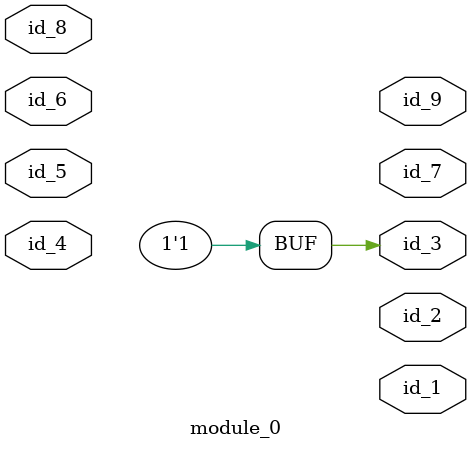
<source format=v>
module module_0 (
    id_1,
    id_2,
    id_3,
    id_4,
    id_5,
    id_6,
    id_7,
    id_8,
    id_9
);
  output id_9;
  inout id_8;
  output id_7;
  input id_6;
  input id_5;
  inout id_4;
  output id_3;
  output id_2;
  output id_1;
  assign id_3[1'b0] = 1;
  assign id_8 = id_8;
endmodule

</source>
